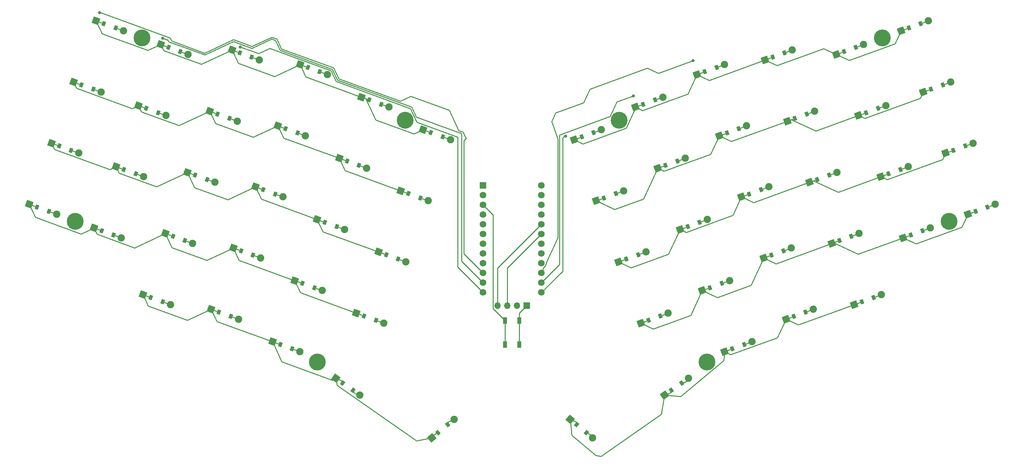
<source format=gbr>
%TF.GenerationSoftware,KiCad,Pcbnew,9.0.1*%
%TF.CreationDate,2025-04-16T06:47:58+07:00*%
%TF.ProjectId,tutorial,7475746f-7269-4616-9c2e-6b696361645f,v1.0.0*%
%TF.SameCoordinates,Original*%
%TF.FileFunction,Copper,L1,Top*%
%TF.FilePolarity,Positive*%
%FSLAX46Y46*%
G04 Gerber Fmt 4.6, Leading zero omitted, Abs format (unit mm)*
G04 Created by KiCad (PCBNEW 9.0.1) date 2025-04-16 06:47:58*
%MOMM*%
%LPD*%
G01*
G04 APERTURE LIST*
G04 Aperture macros list*
%AMRotRect*
0 Rectangle, with rotation*
0 The origin of the aperture is its center*
0 $1 length*
0 $2 width*
0 $3 Rotation angle, in degrees counterclockwise*
0 Add horizontal line*
21,1,$1,$2,0,0,$3*%
G04 Aperture macros list end*
%TA.AperFunction,SMDPad,CuDef*%
%ADD10R,1.100000X1.800000*%
%TD*%
%TA.AperFunction,ComponentPad*%
%ADD11C,1.905000*%
%TD*%
%TA.AperFunction,SMDPad,CuDef*%
%ADD12RotRect,0.900000X1.200000X20.000000*%
%TD*%
%TA.AperFunction,ComponentPad*%
%ADD13RotRect,1.778000X1.778000X20.000000*%
%TD*%
%TA.AperFunction,SMDPad,CuDef*%
%ADD14RotRect,0.900000X1.200000X340.000000*%
%TD*%
%TA.AperFunction,ComponentPad*%
%ADD15RotRect,1.778000X1.778000X340.000000*%
%TD*%
%TA.AperFunction,ComponentPad*%
%ADD16C,0.700000*%
%TD*%
%TA.AperFunction,ComponentPad*%
%ADD17C,4.400000*%
%TD*%
%TA.AperFunction,SMDPad,CuDef*%
%ADD18RotRect,0.900000X1.200000X320.000000*%
%TD*%
%TA.AperFunction,ComponentPad*%
%ADD19RotRect,1.778000X1.778000X320.000000*%
%TD*%
%TA.AperFunction,SMDPad,CuDef*%
%ADD20RotRect,0.900000X1.200000X325.000000*%
%TD*%
%TA.AperFunction,ComponentPad*%
%ADD21RotRect,1.778000X1.778000X325.000000*%
%TD*%
%TA.AperFunction,ComponentPad*%
%ADD22C,1.752600*%
%TD*%
%TA.AperFunction,ComponentPad*%
%ADD23R,1.752600X1.752600*%
%TD*%
%TA.AperFunction,SMDPad,CuDef*%
%ADD24RotRect,0.900000X1.200000X40.000000*%
%TD*%
%TA.AperFunction,ComponentPad*%
%ADD25RotRect,1.778000X1.778000X40.000000*%
%TD*%
%TA.AperFunction,ComponentPad*%
%ADD26O,1.700000X1.700000*%
%TD*%
%TA.AperFunction,ComponentPad*%
%ADD27R,1.700000X1.700000*%
%TD*%
%TA.AperFunction,SMDPad,CuDef*%
%ADD28RotRect,0.900000X1.200000X35.000000*%
%TD*%
%TA.AperFunction,ComponentPad*%
%ADD29RotRect,1.778000X1.778000X35.000000*%
%TD*%
%TA.AperFunction,ViaPad*%
%ADD30C,0.800000*%
%TD*%
%TA.AperFunction,Conductor*%
%ADD31C,0.250000*%
%TD*%
G04 APERTURE END LIST*
D10*
%TO.P,B1,2*%
%TO.N,RST*%
X185135097Y-173477182D03*
X185135100Y-167277175D03*
%TO.P,B1,1*%
%TO.N,GND*%
X188835094Y-173477181D03*
X188835097Y-167277174D03*
%TD*%
D11*
%TO.P,D31,2*%
%TO.N,mirror_outer_home*%
X307331507Y-120896010D03*
D12*
X305301777Y-121634773D03*
%TO.P,D31,1*%
%TO.N,P4*%
X302200783Y-122763439D03*
D13*
X300171053Y-123502202D03*
%TD*%
D11*
%TO.P,D49,2*%
%TO.N,mirror_index_bottom*%
X243777877Y-156797777D03*
D12*
X241748147Y-157536540D03*
%TO.P,D49,1*%
%TO.N,P5*%
X238647153Y-158665206D03*
D13*
X236617423Y-159403969D03*
%TD*%
D11*
%TO.P,D5,2*%
%TO.N,pinky_bottom*%
X84899272Y-145633340D03*
D14*
X82869534Y-144894575D03*
%TO.P,D5,1*%
%TO.N,P18*%
X79768556Y-143765913D03*
D15*
X77738818Y-143027148D03*
%TD*%
D11*
%TO.P,D1,2*%
%TO.N,outer_bottom*%
X67984813Y-139476975D03*
D14*
X65955075Y-138738210D03*
%TO.P,D1,1*%
%TO.N,P18*%
X62854097Y-137609548D03*
D15*
X60824359Y-136870783D03*
%TD*%
D16*
%TO.P,_1,1*%
%TO.N,N/C*%
X91821129Y-93986039D03*
X91766049Y-92724389D03*
X90967959Y-94917117D03*
X89706309Y-94972197D03*
D17*
X90270640Y-93421708D03*
D16*
X90834971Y-91871219D03*
X89573321Y-91926299D03*
X88775231Y-94119027D03*
X88720151Y-92857377D03*
%TD*%
D11*
%TO.P,D16,2*%
%TO.N,middle_home*%
X127107704Y-134923587D03*
D14*
X125077966Y-134184822D03*
%TO.P,D16,1*%
%TO.N,P19*%
X121976988Y-133056160D03*
D15*
X119947250Y-132317395D03*
%TD*%
D11*
%TO.P,D32,2*%
%TO.N,mirror_outer_top*%
X301517149Y-104921236D03*
D12*
X299487419Y-105659999D03*
%TO.P,D32,1*%
%TO.N,P0*%
X296386425Y-106788665D03*
D13*
X294356695Y-107527428D03*
%TD*%
D11*
%TO.P,D38,2*%
%TO.N,mirror_ring_mod*%
X283421139Y-160459822D03*
D12*
X281391409Y-161198585D03*
%TO.P,D38,1*%
%TO.N,P6*%
X278290415Y-162327251D03*
D13*
X276260685Y-163066014D03*
%TD*%
D11*
%TO.P,D26,2*%
%TO.N,inner_top*%
X165040886Y-135960004D03*
D14*
X163011148Y-135221239D03*
%TO.P,D26,1*%
%TO.N,P20*%
X159910170Y-134092577D03*
D15*
X157880432Y-133353812D03*
%TD*%
D11*
%TO.P,D17,2*%
%TO.N,middle_top*%
X132922046Y-118948816D03*
D14*
X130892308Y-118210051D03*
%TO.P,D17,1*%
%TO.N,P20*%
X127791330Y-117081389D03*
D15*
X125761592Y-116342624D03*
%TD*%
D11*
%TO.P,D39,2*%
%TO.N,mirror_ring_bottom*%
X277606814Y-144485047D03*
D12*
X275577084Y-145223810D03*
%TO.P,D39,1*%
%TO.N,P5*%
X272476090Y-146352476D03*
D13*
X270446360Y-147091239D03*
%TD*%
D11*
%TO.P,D27,2*%
%TO.N,inner_num*%
X170855230Y-119985236D03*
D14*
X168825492Y-119246471D03*
%TO.P,D27,1*%
%TO.N,P21*%
X165724514Y-118117809D03*
D15*
X163694776Y-117379044D03*
%TD*%
D16*
%TO.P,_2,1*%
%TO.N,N/C*%
X74378113Y-141910356D03*
X74323033Y-140648706D03*
X73524943Y-142841434D03*
X72263293Y-142896514D03*
D17*
X72827624Y-141346025D03*
D16*
X73391955Y-139795536D03*
X72130305Y-139850616D03*
X71332215Y-142043344D03*
X71277135Y-140781694D03*
%TD*%
D11*
%TO.P,D35,2*%
%TO.N,mirror_pinky_home*%
X290417025Y-127052366D03*
D12*
X288387295Y-127791129D03*
%TO.P,D35,1*%
%TO.N,P4*%
X285286301Y-128919795D03*
D13*
X283256571Y-129658558D03*
%TD*%
D11*
%TO.P,D46,2*%
%TO.N,mirror_middle_top*%
X248208597Y-116342627D03*
D12*
X246178867Y-117081390D03*
%TO.P,D46,1*%
%TO.N,P0*%
X243077873Y-118210056D03*
D13*
X241048143Y-118948819D03*
%TD*%
D11*
%TO.P,D7,2*%
%TO.N,pinky_top*%
X96527961Y-113683784D03*
D14*
X94498223Y-112945019D03*
%TO.P,D7,1*%
%TO.N,P20*%
X91397245Y-111816357D03*
D15*
X89367507Y-111077592D03*
%TD*%
D11*
%TO.P,D21,2*%
%TO.N,index_home*%
X143167122Y-143429186D03*
D14*
X141137384Y-142690421D03*
%TO.P,D21,1*%
%TO.N,P19*%
X138036406Y-141561759D03*
D15*
X136006668Y-140822994D03*
%TD*%
D16*
%TO.P,_5,1*%
%TO.N,N/C*%
X285250041Y-92857377D03*
X285194951Y-94119028D03*
X284396862Y-91926303D03*
X283135211Y-91871213D03*
D17*
X283699544Y-93421710D03*
D16*
X284263877Y-94972207D03*
X283002226Y-94917117D03*
X282204137Y-92724392D03*
X282149047Y-93986043D03*
%TD*%
D11*
%TO.P,D52,2*%
%TO.N,mirror_index_num*%
X226334835Y-108873436D03*
D12*
X224305105Y-109612199D03*
%TO.P,D52,1*%
%TO.N,P1*%
X221204111Y-110740865D03*
D13*
X219174381Y-111479628D03*
%TD*%
D11*
%TO.P,D22,2*%
%TO.N,index_top*%
X148981468Y-127454419D03*
D14*
X146951730Y-126715654D03*
%TO.P,D22,1*%
%TO.N,P20*%
X143850752Y-125586992D03*
D15*
X141821014Y-124848227D03*
%TD*%
D11*
%TO.P,D14,2*%
%TO.N,middle_mod*%
X115479024Y-166873146D03*
D14*
X113449286Y-166134381D03*
%TO.P,D14,1*%
%TO.N,P15*%
X110348308Y-165005719D03*
D15*
X108318570Y-164266954D03*
%TD*%
D11*
%TO.P,D58,2*%
%TO.N,mirror_space_cluster*%
X208002914Y-197932495D03*
D18*
X206348259Y-196544079D03*
%TO.P,D58,1*%
%TO.N,P6*%
X203820313Y-194422873D03*
D19*
X202165658Y-193034457D03*
%TD*%
D11*
%TO.P,D36,2*%
%TO.N,mirror_pinky_top*%
X284602683Y-111077595D03*
D12*
X282572953Y-111816358D03*
%TO.P,D36,1*%
%TO.N,P0*%
X279471959Y-112945024D03*
D13*
X277442229Y-113683787D03*
%TD*%
D11*
%TO.P,D50,2*%
%TO.N,mirror_index_home*%
X237963531Y-140822997D03*
D12*
X235933801Y-141561760D03*
%TO.P,D50,1*%
%TO.N,P4*%
X232832807Y-142690426D03*
D13*
X230803077Y-143429189D03*
%TD*%
D11*
%TO.P,D54,2*%
%TO.N,mirror_inner_home*%
X221904109Y-149328582D03*
D12*
X219874379Y-150067345D03*
%TO.P,D54,1*%
%TO.N,P4*%
X216773385Y-151196011D03*
D13*
X214743655Y-151934774D03*
%TD*%
D11*
%TO.P,D42,2*%
%TO.N,mirror_ring_num*%
X260163788Y-96560720D03*
D12*
X258134058Y-97299483D03*
%TO.P,D42,1*%
%TO.N,P1*%
X255033064Y-98428149D03*
D13*
X253003334Y-99166912D03*
%TD*%
D11*
%TO.P,D8,2*%
%TO.N,pinky_num*%
X102342305Y-97709023D03*
D14*
X100312567Y-96970258D03*
%TO.P,D8,1*%
%TO.N,P21*%
X97211589Y-95841596D03*
D15*
X95181851Y-95102831D03*
%TD*%
D11*
%TO.P,D2,2*%
%TO.N,outer_home*%
X73799153Y-123502206D03*
D14*
X71769415Y-122763441D03*
%TO.P,D2,1*%
%TO.N,P19*%
X68668437Y-121634779D03*
D15*
X66638699Y-120896014D03*
%TD*%
D16*
%TO.P,_8,1*%
%TO.N,N/C*%
X239430173Y-177482198D03*
X239375083Y-178743849D03*
X238576994Y-176551124D03*
X237315343Y-176496034D03*
D17*
X237879676Y-178046531D03*
D16*
X238444009Y-179597028D03*
X237182358Y-179541938D03*
X236384269Y-177349213D03*
X236329179Y-178610864D03*
%TD*%
D11*
%TO.P,D28,2*%
%TO.N,layer_cluster*%
X147176154Y-186727296D03*
D20*
X145406789Y-185488367D03*
%TO.P,D28,1*%
%TO.N,P15*%
X142703579Y-183595571D03*
D21*
X140934214Y-182356642D03*
%TD*%
D11*
%TO.P,D6,2*%
%TO.N,pinky_home*%
X90713624Y-129658558D03*
D14*
X88683886Y-128919793D03*
%TO.P,D6,1*%
%TO.N,P19*%
X85582908Y-127791131D03*
D15*
X83553170Y-127052366D03*
%TD*%
D16*
%TO.P,_6,1*%
%TO.N,N/C*%
X302693090Y-140781693D03*
X302638000Y-142043344D03*
X301839911Y-139850619D03*
X300578260Y-139795529D03*
D17*
X301142593Y-141346026D03*
D16*
X301706926Y-142896523D03*
X300445275Y-142841433D03*
X299647186Y-140648708D03*
X299592096Y-141910359D03*
%TD*%
D11*
%TO.P,D11,2*%
%TO.N,ring_home*%
X109338194Y-131116458D03*
D14*
X107308456Y-130377693D03*
%TO.P,D11,1*%
%TO.N,P19*%
X104207478Y-129249031D03*
D15*
X102177740Y-128510266D03*
%TD*%
D11*
%TO.P,D41,2*%
%TO.N,mirror_ring_top*%
X265978125Y-112535495D03*
D12*
X263948395Y-113274258D03*
%TO.P,D41,1*%
%TO.N,P0*%
X260847401Y-114402924D03*
D13*
X258817671Y-115141687D03*
%TD*%
D11*
%TO.P,D30,2*%
%TO.N,mirror_outer_bottom*%
X313145844Y-136870777D03*
D12*
X311116114Y-137609540D03*
%TO.P,D30,1*%
%TO.N,P5*%
X308015120Y-138738206D03*
D13*
X305985390Y-139476969D03*
%TD*%
D11*
%TO.P,D20,2*%
%TO.N,index_bottom*%
X137352784Y-159403959D03*
D14*
X135323046Y-158665194D03*
%TO.P,D20,1*%
%TO.N,P18*%
X132222068Y-157536532D03*
D15*
X130192330Y-156797767D03*
%TD*%
D22*
%TO.P,MCU1,24*%
%TO.N,P9*%
X194605094Y-159903220D03*
%TO.P,MCU1,23*%
%TO.N,P8*%
X194605093Y-157363219D03*
%TO.P,MCU1,22*%
%TO.N,P7*%
X194605098Y-154823221D03*
%TO.P,MCU1,21*%
%TO.N,P6*%
X194605096Y-152283218D03*
%TO.P,MCU1,20*%
%TO.N,P5*%
X194605093Y-149743220D03*
%TO.P,MCU1,19*%
%TO.N,P4*%
X194605095Y-147203225D03*
%TO.P,MCU1,18*%
%TO.N,P3*%
X194605095Y-144663218D03*
%TO.P,MCU1,17*%
%TO.N,P2*%
X194605095Y-142123221D03*
%TO.P,MCU1,16*%
%TO.N,GND*%
X194605093Y-139583223D03*
%TO.P,MCU1,15*%
X194605095Y-137043215D03*
%TO.P,MCU1,14*%
%TO.N,P0*%
X194605098Y-134503216D03*
%TO.P,MCU1,13*%
%TO.N,P1*%
X194605095Y-131963224D03*
%TO.P,MCU1,12*%
%TO.N,P10*%
X179365097Y-159903214D03*
%TO.P,MCU1,11*%
%TO.N,P16*%
X179365094Y-157363222D03*
%TO.P,MCU1,10*%
%TO.N,P14*%
X179365097Y-154823223D03*
%TO.P,MCU1,9*%
%TO.N,P15*%
X179365099Y-152283215D03*
%TO.P,MCU1,8*%
%TO.N,P18*%
X179365097Y-149743217D03*
%TO.P,MCU1,7*%
%TO.N,P19*%
X179365097Y-147203220D03*
%TO.P,MCU1,6*%
%TO.N,P20*%
X179365097Y-144663213D03*
%TO.P,MCU1,5*%
%TO.N,P21*%
X179365099Y-142123218D03*
%TO.P,MCU1,4*%
%TO.N,VCC*%
X179365096Y-139583220D03*
%TO.P,MCU1,3*%
%TO.N,RST*%
X179365094Y-137043217D03*
%TO.P,MCU1,2*%
%TO.N,GND*%
X179365099Y-134503219D03*
D23*
%TO.P,MCU1,1*%
%TO.N,RAW*%
X179365098Y-131963218D03*
%TD*%
D11*
%TO.P,D13,2*%
%TO.N,ring_num*%
X120966871Y-99166904D03*
D14*
X118937133Y-98428139D03*
%TO.P,D13,1*%
%TO.N,P21*%
X115836155Y-97299477D03*
D15*
X113806417Y-96560712D03*
%TD*%
D11*
%TO.P,D29,2*%
%TO.N,space_cluster*%
X171804547Y-193034457D03*
D24*
X170149886Y-194422875D03*
%TO.P,D29,1*%
%TO.N,P15*%
X167621946Y-196544077D03*
D25*
X165967285Y-197932495D03*
%TD*%
D16*
%TO.P,_3,1*%
%TO.N,N/C*%
X160607668Y-115510502D03*
X160552588Y-114248852D03*
X159754498Y-116441580D03*
X158492848Y-116496660D03*
D17*
X159057179Y-114946171D03*
D16*
X159621510Y-113395682D03*
X158359860Y-113450762D03*
X157561770Y-115643490D03*
X157506690Y-114381840D03*
%TD*%
D11*
%TO.P,D33,2*%
%TO.N,mirror_outer_num*%
X295702820Y-88946462D03*
D12*
X293673090Y-89685225D03*
%TO.P,D33,1*%
%TO.N,P1*%
X290572096Y-90813891D03*
D13*
X288542366Y-91552654D03*
%TD*%
D11*
%TO.P,D19,2*%
%TO.N,index_mod*%
X131538438Y-175378741D03*
D14*
X129508700Y-174639976D03*
%TO.P,D19,1*%
%TO.N,P15*%
X126407722Y-173511314D03*
D15*
X124377984Y-172772549D03*
%TD*%
D11*
%TO.P,D45,2*%
%TO.N,mirror_middle_home*%
X254022947Y-132317402D03*
D12*
X251993217Y-133056165D03*
%TO.P,D45,1*%
%TO.N,P4*%
X248892223Y-134184831D03*
D13*
X246862493Y-134923594D03*
%TD*%
D11*
%TO.P,D25,2*%
%TO.N,inner_home*%
X159226544Y-151934779D03*
D14*
X157196806Y-151196014D03*
%TO.P,D25,1*%
%TO.N,P19*%
X154095828Y-150067352D03*
D15*
X152066090Y-149328587D03*
%TD*%
D11*
%TO.P,D12,2*%
%TO.N,ring_top*%
X115152538Y-115141683D03*
D14*
X113122800Y-114402918D03*
%TO.P,D12,1*%
%TO.N,P20*%
X110021822Y-113274256D03*
D15*
X107992084Y-112535491D03*
%TD*%
D11*
%TO.P,D48,2*%
%TO.N,mirror_index_mod*%
X249592218Y-172772542D03*
D12*
X247562488Y-173511305D03*
%TO.P,D48,1*%
%TO.N,P6*%
X244461494Y-174639971D03*
D13*
X242431764Y-175378734D03*
%TD*%
D11*
%TO.P,D23,2*%
%TO.N,index_num*%
X154795812Y-111479636D03*
D14*
X152766074Y-110740871D03*
%TO.P,D23,1*%
%TO.N,P21*%
X149665096Y-109612209D03*
D15*
X147635358Y-108873444D03*
%TD*%
D11*
%TO.P,D44,2*%
%TO.N,mirror_middle_bottom*%
X259837278Y-148292180D03*
D12*
X257807548Y-149030943D03*
%TO.P,D44,1*%
%TO.N,P5*%
X254706554Y-150159609D03*
D13*
X252676824Y-150898372D03*
%TD*%
D11*
%TO.P,D10,2*%
%TO.N,ring_bottom*%
X103523853Y-147091237D03*
D14*
X101494115Y-146352472D03*
%TO.P,D10,1*%
%TO.N,P18*%
X98393137Y-145223810D03*
D15*
X96363399Y-144485045D03*
%TD*%
D11*
%TO.P,D40,2*%
%TO.N,mirror_ring_home*%
X271792465Y-128510272D03*
D12*
X269762735Y-129249035D03*
%TO.P,D40,1*%
%TO.N,P4*%
X266661741Y-130377701D03*
D13*
X264632011Y-131116464D03*
%TD*%
D11*
%TO.P,D3,2*%
%TO.N,outer_top*%
X79613498Y-107527426D03*
D14*
X77583760Y-106788661D03*
%TO.P,D3,1*%
%TO.N,P20*%
X74482782Y-105659999D03*
D15*
X72453044Y-104921234D03*
%TD*%
D26*
%TO.P,OLED1,4*%
%TO.N,P2*%
X183165091Y-163333226D03*
%TO.P,OLED1,3*%
%TO.N,P3*%
X185705088Y-163333227D03*
%TO.P,OLED1,2*%
%TO.N,VCC*%
X188245087Y-163333229D03*
D27*
%TO.P,OLED1,1*%
%TO.N,GND*%
X190785086Y-163333229D03*
%TD*%
D11*
%TO.P,D9,2*%
%TO.N,ring_mod*%
X97709499Y-163066021D03*
D14*
X95679761Y-162327256D03*
%TO.P,D9,1*%
%TO.N,P15*%
X92578783Y-161198594D03*
D15*
X90549045Y-160459829D03*
%TD*%
D11*
%TO.P,D53,2*%
%TO.N,mirror_inner_bottom*%
X227718451Y-165303374D03*
D12*
X225688721Y-166042137D03*
%TO.P,D53,1*%
%TO.N,P5*%
X222587727Y-167170803D03*
D13*
X220557997Y-167909566D03*
%TD*%
D11*
%TO.P,D55,2*%
%TO.N,mirror_inner_top*%
X216089764Y-133353819D03*
D12*
X214060034Y-134092582D03*
%TO.P,D55,1*%
%TO.N,P0*%
X210959040Y-135221248D03*
D13*
X208929310Y-135960011D03*
%TD*%
D11*
%TO.P,D51,2*%
%TO.N,mirror_index_top*%
X232149189Y-124848216D03*
D12*
X230119459Y-125586979D03*
%TO.P,D51,1*%
%TO.N,P0*%
X227018465Y-126715645D03*
D13*
X224988735Y-127454408D03*
%TD*%
D11*
%TO.P,D24,2*%
%TO.N,inner_bottom*%
X153412194Y-167909558D03*
D14*
X151382456Y-167170793D03*
%TO.P,D24,1*%
%TO.N,P18*%
X148281478Y-166042131D03*
D15*
X146251740Y-165303366D03*
%TD*%
D11*
%TO.P,D15,2*%
%TO.N,middle_bottom*%
X121293364Y-150898372D03*
D14*
X119263626Y-150159607D03*
%TO.P,D15,1*%
%TO.N,P18*%
X116162648Y-149030945D03*
D15*
X114132910Y-148292180D03*
%TD*%
D11*
%TO.P,D57,2*%
%TO.N,mirror_layer_cluster*%
X233035973Y-182356637D03*
D28*
X231266606Y-183595564D03*
%TO.P,D57,1*%
%TO.N,P6*%
X228563406Y-185488368D03*
D29*
X226794039Y-186727295D03*
%TD*%
D11*
%TO.P,D4,2*%
%TO.N,outer_num*%
X85427851Y-91552651D03*
D14*
X83398113Y-90813886D03*
%TO.P,D4,1*%
%TO.N,P21*%
X80297135Y-89685224D03*
D15*
X78267397Y-88946459D03*
%TD*%
D11*
%TO.P,D43,2*%
%TO.N,mirror_middle_mod*%
X265651633Y-164266951D03*
D12*
X263621903Y-165005714D03*
%TO.P,D43,1*%
%TO.N,P6*%
X260520909Y-166134380D03*
D13*
X258491179Y-166873143D03*
%TD*%
D11*
%TO.P,D56,2*%
%TO.N,mirror_inner_num*%
X210275425Y-117379039D03*
D12*
X208245695Y-118117802D03*
%TO.P,D56,1*%
%TO.N,P1*%
X205144701Y-119246468D03*
D13*
X203114971Y-119985231D03*
%TD*%
D11*
%TO.P,D37,2*%
%TO.N,mirror_pinky_num*%
X278788343Y-95102820D03*
D12*
X276758613Y-95841583D03*
%TO.P,D37,1*%
%TO.N,P1*%
X273657619Y-96970249D03*
D13*
X271627889Y-97709012D03*
%TD*%
D16*
%TO.P,_7,1*%
%TO.N,N/C*%
X216463511Y-114381829D03*
X216408421Y-115643480D03*
X215610332Y-113450755D03*
X214348681Y-113395665D03*
D17*
X214913014Y-114946162D03*
D16*
X215477347Y-116496659D03*
X214215696Y-116441569D03*
X213417607Y-114248844D03*
X213362517Y-115510495D03*
%TD*%
D11*
%TO.P,D18,2*%
%TO.N,middle_num*%
X138736395Y-102974035D03*
D14*
X136706657Y-102235270D03*
%TO.P,D18,1*%
%TO.N,P21*%
X133605679Y-101106608D03*
D15*
X131575941Y-100367843D03*
%TD*%
D16*
%TO.P,_4,1*%
%TO.N,N/C*%
X137641011Y-178610860D03*
X137585931Y-177349210D03*
X136787841Y-179541938D03*
X135526191Y-179597018D03*
D17*
X136090522Y-178046529D03*
D16*
X136654853Y-176496040D03*
X135393203Y-176551120D03*
X134595113Y-178743848D03*
X134540033Y-177482198D03*
%TD*%
D11*
%TO.P,D34,2*%
%TO.N,mirror_pinky_bottom*%
X296231379Y-143027156D03*
D12*
X294201649Y-143765919D03*
%TO.P,D34,1*%
%TO.N,P5*%
X291100655Y-144894585D03*
D13*
X289070925Y-145633348D03*
%TD*%
D11*
%TO.P,D47,2*%
%TO.N,mirror_middle_num*%
X242394270Y-100367854D03*
D12*
X240364540Y-101106617D03*
%TO.P,D47,1*%
%TO.N,P1*%
X237263546Y-102235283D03*
D13*
X235233816Y-102974046D03*
%TD*%
D30*
%TO.N,P16*%
X95703018Y-93482345D03*
%TO.N,P10*%
X115944148Y-95761640D03*
%TO.N,P14*%
X79200527Y-86778853D03*
%TO.N,P7*%
X234201019Y-99334699D03*
%TO.N,P9*%
X200981966Y-119039950D03*
%TO.N,P8*%
X218664077Y-108560311D03*
%TD*%
D31*
%TO.N,mirror_inner_bottom*%
X225688722Y-166042134D02*
X225688721Y-166042137D01*
X227718451Y-165303374D02*
X225688722Y-166042134D01*
%TO.N,P5*%
X252676825Y-150898370D02*
X252676824Y-150898372D01*
X254706554Y-150159609D02*
X252676825Y-150898370D01*
X220557998Y-167909563D02*
X220557997Y-167909566D01*
X222587726Y-167170802D02*
X220557998Y-167909563D01*
%TO.N,mirror_index_bottom*%
X241748148Y-157536541D02*
X243777875Y-156797780D01*
X243777875Y-156797780D02*
X243777879Y-156797778D01*
%TO.N,P5*%
X236617423Y-159403969D02*
X238647152Y-158665209D01*
X238647152Y-158665209D02*
X238647154Y-158665204D01*
%TO.N,P6*%
X203549907Y-193679942D02*
X202165656Y-193034454D01*
X203820314Y-194422871D02*
X203549907Y-193679942D01*
%TO.N,mirror_space_cluster*%
X207732508Y-197189565D02*
X206348261Y-196544075D01*
X208002913Y-197932493D02*
X207732508Y-197189565D01*
%TO.N,P6*%
X228229276Y-186204911D02*
X228563409Y-185488369D01*
X226794039Y-186727294D02*
X228229276Y-186204911D01*
%TO.N,mirror_layer_cluster*%
X232701842Y-183073179D02*
X233035973Y-182356637D01*
X231266603Y-183595562D02*
X232701842Y-183073179D01*
%TO.N,P6*%
X242431768Y-175378731D02*
X242431764Y-175378731D01*
X244461495Y-174639969D02*
X242431768Y-175378731D01*
%TO.N,mirror_index_mod*%
X249592219Y-172772538D02*
X247562491Y-173511300D01*
X247562491Y-173511300D02*
X247562490Y-173511305D01*
%TO.N,P6*%
X258491182Y-166873142D02*
X258491179Y-166873145D01*
X260520909Y-166134381D02*
X258491182Y-166873142D01*
%TO.N,mirror_middle_mod*%
X263621902Y-165005714D02*
X263621902Y-165005717D01*
X265651633Y-164266953D02*
X263621902Y-165005714D01*
%TO.N,P6*%
X276260688Y-163066014D02*
X276260684Y-163066017D01*
X278290415Y-162327251D02*
X276260688Y-163066014D01*
%TO.N,mirror_ring_mod*%
X281391411Y-161198584D02*
X281391410Y-161198584D01*
X283421140Y-160459825D02*
X281391411Y-161198584D01*
%TO.N,mirror_inner_bottom*%
X227718451Y-165303375D02*
X227718454Y-165303373D01*
%TO.N,P5*%
X222587727Y-167170805D02*
X222587728Y-167170802D01*
%TO.N,P4*%
X214743655Y-151934774D02*
X214743655Y-151934773D01*
X216773386Y-151196012D02*
X214743655Y-151934774D01*
%TO.N,mirror_inner_home*%
X219874380Y-150067345D02*
X219874378Y-150067346D01*
X221904110Y-149328583D02*
X219874380Y-150067345D01*
%TO.N,P4*%
X230803081Y-143429185D02*
X230803078Y-143429189D01*
X232832808Y-142690426D02*
X230803081Y-143429185D01*
%TO.N,mirror_index_home*%
X235933805Y-141561758D02*
X235933802Y-141561759D01*
X237963532Y-140822997D02*
X235933805Y-141561758D01*
%TO.N,mirror_ring_home*%
X271792461Y-128510274D02*
X271792463Y-128510272D01*
X269762735Y-129249037D02*
X271792461Y-128510274D01*
%TO.N,P4*%
X264632013Y-131116466D02*
X266661741Y-130377704D01*
X266661741Y-130377704D02*
X266661739Y-130377701D01*
%TO.N,mirror_middle_home*%
X254022945Y-132317405D02*
X254022948Y-132317403D01*
X251993220Y-133056165D02*
X254022945Y-132317405D01*
%TO.N,P4*%
X248892223Y-134184834D02*
X248892226Y-134184832D01*
X246862495Y-134923593D02*
X248892223Y-134184834D01*
%TO.N,P5*%
X252676823Y-150898371D02*
X252676823Y-150898374D01*
%TO.N,mirror_middle_bottom*%
X257807547Y-149030942D02*
X257807546Y-149030945D01*
X259837277Y-148292179D02*
X257807547Y-149030942D01*
%TO.N,P5*%
X272476088Y-146352475D02*
X270446361Y-147091237D01*
X270446361Y-147091237D02*
X270446361Y-147091238D01*
%TO.N,mirror_ring_bottom*%
X275577085Y-145223806D02*
X275577082Y-145223810D01*
X277606813Y-144485047D02*
X275577085Y-145223806D01*
%TO.N,mirror_pinky_bottom*%
X296231377Y-143027159D02*
X296231380Y-143027155D01*
X294201651Y-143765917D02*
X296231377Y-143027159D01*
%TO.N,P5*%
X291100651Y-144894586D02*
X291100652Y-144894583D01*
X289070927Y-145633347D02*
X291100651Y-144894586D01*
%TO.N,P4*%
X283256572Y-129658557D02*
X283256571Y-129658559D01*
X285286300Y-128919795D02*
X283256572Y-129658557D01*
%TO.N,mirror_pinky_home*%
X290417026Y-127052367D02*
X288387295Y-127791128D01*
X288387295Y-127791128D02*
X288387295Y-127791130D01*
%TO.N,P5*%
X305985393Y-139476967D02*
X305985393Y-139476970D01*
X308015121Y-138738205D02*
X305985393Y-139476967D01*
%TO.N,mirror_outer_bottom*%
X311116118Y-137609535D02*
X311116118Y-137609541D01*
X313145844Y-136870778D02*
X311116118Y-137609535D01*
%TO.N,P4*%
X300171053Y-123502197D02*
X300171052Y-123502203D01*
X302200782Y-122763437D02*
X300171053Y-123502197D01*
%TO.N,mirror_outer_home*%
X305301779Y-121634770D02*
X305301776Y-121634771D01*
X307331506Y-120896010D02*
X305301779Y-121634770D01*
%TO.N,mirror_outer_top*%
X301517149Y-104921238D02*
X301517151Y-104921236D01*
X299487424Y-105659998D02*
X301517149Y-104921238D01*
%TO.N,P0*%
X296386426Y-106788665D02*
X296386426Y-106788662D01*
X294356695Y-107527426D02*
X296386426Y-106788665D01*
%TO.N,mirror_outer_num*%
X295702819Y-88946464D02*
X295702820Y-88946462D01*
X293673092Y-89685225D02*
X295702819Y-88946464D01*
%TO.N,P1*%
X290572097Y-90813894D02*
X290572100Y-90813891D01*
X288542365Y-91552653D02*
X290572097Y-90813894D01*
%TO.N,mirror_pinky_num*%
X278788343Y-95102821D02*
X278788344Y-95102820D01*
X276758614Y-95841582D02*
X278788343Y-95102821D01*
%TO.N,P1*%
X273657616Y-96970252D02*
X273657619Y-96970245D01*
X271627890Y-97709013D02*
X273657616Y-96970252D01*
%TO.N,mirror_pinky_top*%
X284602681Y-111077597D02*
X284602683Y-111077595D01*
X282572954Y-111816358D02*
X284602681Y-111077597D01*
%TO.N,P0*%
X279471956Y-112945024D02*
X279471959Y-112945023D01*
X277442229Y-113683787D02*
X279471956Y-112945024D01*
%TO.N,mirror_ring_top*%
X263948393Y-113274259D02*
X265978120Y-112535498D01*
X265978120Y-112535498D02*
X265978124Y-112535496D01*
%TO.N,P0*%
X260847397Y-114402929D02*
X260847397Y-114402926D01*
X258817669Y-115141689D02*
X260847397Y-114402929D01*
%TO.N,mirror_ring_num*%
X260163787Y-96560726D02*
X260163787Y-96560723D01*
X258134056Y-97299488D02*
X260163787Y-96560726D01*
%TO.N,P1*%
X255033061Y-98428154D02*
X255033063Y-98428150D01*
X253003333Y-99166913D02*
X255033061Y-98428154D01*
%TO.N,mirror_index_num*%
X224305108Y-109612198D02*
X226334838Y-108873437D01*
X226334838Y-108873437D02*
X226334837Y-108873437D01*
%TO.N,P1*%
X221204112Y-110740866D02*
X221204114Y-110740863D01*
X219174382Y-111479627D02*
X221204112Y-110740866D01*
%TO.N,mirror_middle_num*%
X242394269Y-100367855D02*
X242394268Y-100367854D01*
X240364540Y-101106618D02*
X242394269Y-100367855D01*
%TO.N,P1*%
X237263546Y-102235285D02*
X237263545Y-102235283D01*
X235233818Y-102974048D02*
X237263546Y-102235285D01*
%TO.N,mirror_middle_top*%
X248208596Y-116342629D02*
X248208598Y-116342629D01*
X246178866Y-117081390D02*
X248208596Y-116342629D01*
%TO.N,P0*%
X243077869Y-118210061D02*
X243077874Y-118210057D01*
X241048144Y-118948821D02*
X243077869Y-118210061D01*
%TO.N,mirror_index_top*%
X232149191Y-124848220D02*
X232149192Y-124848217D01*
X230119459Y-125586982D02*
X232149191Y-124848220D01*
%TO.N,P0*%
X227018463Y-126715648D02*
X227018464Y-126715646D01*
X224988736Y-127454410D02*
X227018463Y-126715648D01*
%TO.N,mirror_inner_top*%
X216089759Y-133353820D02*
X216089762Y-133353817D01*
X214060031Y-134092582D02*
X216089759Y-133353820D01*
%TO.N,P0*%
X210959035Y-135221248D02*
X210959037Y-135221247D01*
X208929307Y-135960011D02*
X210959035Y-135221248D01*
%TO.N,mirror_inner_num*%
X210275424Y-117379043D02*
X210275425Y-117379040D01*
X208245695Y-118117803D02*
X210275424Y-117379043D01*
%TO.N,P1*%
X205144700Y-119246471D02*
X205144701Y-119246469D01*
X203114969Y-119985233D02*
X205144700Y-119246471D01*
%TO.N,space_cluster*%
X170420289Y-193679947D02*
X171804546Y-193034457D01*
X170149883Y-194422874D02*
X170420289Y-193679947D01*
%TO.N,P15*%
X166237687Y-197189567D02*
X167621944Y-196544076D01*
X165967283Y-197932496D02*
X166237687Y-197189567D01*
%TO.N,layer_cluster*%
X147176153Y-186727295D02*
X145740917Y-186204912D01*
X145740917Y-186204912D02*
X145406788Y-185488367D01*
%TO.N,P15*%
X142369447Y-182879022D02*
X142703579Y-183595571D01*
X140934212Y-182356640D02*
X142369447Y-182879022D01*
%TO.N,index_mod*%
X129508697Y-174639976D02*
X131538437Y-175378741D01*
%TO.N,P15*%
X124377984Y-172772548D02*
X126407720Y-173511314D01*
%TO.N,inner_bottom*%
X151382456Y-167170789D02*
X153412193Y-167909558D01*
%TO.N,P18*%
X146251740Y-165303366D02*
X148281474Y-166042132D01*
%TO.N,index_bottom*%
X135323046Y-158665193D02*
X137352785Y-159403960D01*
%TO.N,P18*%
X130192330Y-156797767D02*
X132222068Y-157536532D01*
%TO.N,middle_bottom*%
X119263623Y-150159607D02*
X121293361Y-150898373D01*
%TO.N,P18*%
X114132911Y-148292180D02*
X116162645Y-149030945D01*
%TO.N,middle_mod*%
X113449283Y-166134378D02*
X115479020Y-166873145D01*
%TO.N,P15*%
X108318566Y-164266952D02*
X110348304Y-165005718D01*
%TO.N,ring_mod*%
X95679764Y-162327254D02*
X97709499Y-163066020D01*
%TO.N,P15*%
X92578782Y-161198592D02*
X90549046Y-160459826D01*
%TO.N,ring_bottom*%
X101494118Y-146352471D02*
X103523855Y-147091237D01*
%TO.N,P18*%
X96363399Y-144485045D02*
X98393136Y-145223810D01*
%TO.N,pinky_bottom*%
X82869534Y-144894577D02*
X84899271Y-145633341D01*
%TO.N,P18*%
X77738818Y-143027149D02*
X79768553Y-143765914D01*
%TO.N,outer_bottom*%
X65955075Y-138738211D02*
X67984811Y-139476975D01*
%TO.N,P18*%
X60824358Y-136870782D02*
X62854094Y-137609548D01*
%TO.N,inner_home*%
X157196808Y-151196015D02*
X159226542Y-151934780D01*
%TO.N,P19*%
X152066091Y-149328588D02*
X154095829Y-150067354D01*
%TO.N,P20*%
X159910171Y-134092576D02*
X157880431Y-133353813D01*
%TO.N,inner_top*%
X163011147Y-135221240D02*
X165040887Y-135960005D01*
%TO.N,inner_num*%
X168825497Y-119246471D02*
X170855231Y-119985235D01*
%TO.N,P21*%
X163694777Y-117379044D02*
X165724516Y-118117810D01*
%TO.N,index_home*%
X141137381Y-142690420D02*
X143167121Y-143429187D01*
%TO.N,P19*%
X136006667Y-140822993D02*
X138036406Y-141561760D01*
%TO.N,middle_home*%
X125077967Y-134184823D02*
X127107702Y-134923585D01*
%TO.N,P19*%
X119947250Y-132317393D02*
X121976987Y-133056159D01*
%TO.N,ring_home*%
X107308457Y-130377696D02*
X109338195Y-131116463D01*
%TO.N,P19*%
X102177739Y-128510268D02*
X104207480Y-129249034D01*
%TO.N,pinky_home*%
X88683887Y-128919792D02*
X90713623Y-129658557D01*
%TO.N,P19*%
X83553171Y-127052367D02*
X85582907Y-127791133D01*
%TO.N,outer_home*%
X71769417Y-122763442D02*
X73799155Y-123502208D01*
%TO.N,P19*%
X66638699Y-120896013D02*
X68668438Y-121634781D01*
%TO.N,P20*%
X74482776Y-105660002D02*
X72453045Y-104921236D01*
%TO.N,outer_top*%
X79613497Y-107527428D02*
X77583757Y-106788663D01*
%TO.N,P20*%
X91397246Y-111816358D02*
X89367506Y-111077593D01*
%TO.N,pinky_top*%
X96527961Y-113683783D02*
X94498223Y-112945020D01*
%TO.N,P20*%
X110021822Y-113274257D02*
X107992082Y-112535492D01*
%TO.N,ring_top*%
X115152536Y-115141685D02*
X113122800Y-114402917D01*
%TO.N,P20*%
X127791332Y-117081389D02*
X125761591Y-116342626D01*
%TO.N,middle_top*%
X132922044Y-118948815D02*
X130892307Y-118210052D01*
%TO.N,P20*%
X143850749Y-125586991D02*
X141821015Y-124848228D01*
%TO.N,index_top*%
X148981468Y-127454419D02*
X146951729Y-126715653D01*
%TO.N,index_num*%
X152766073Y-110740874D02*
X154795813Y-111479638D01*
%TO.N,P21*%
X149665095Y-109612210D02*
X147635359Y-108873445D01*
%TO.N,middle_num*%
X136706657Y-102235273D02*
X138736394Y-102974035D01*
%TO.N,P21*%
X131575943Y-100367843D02*
X133605678Y-101106609D01*
%TO.N,ring_num*%
X118937137Y-98428138D02*
X120966871Y-99166904D01*
%TO.N,P21*%
X113806417Y-96560712D02*
X115836156Y-97299478D01*
%TO.N,pinky_num*%
X100312567Y-96970258D02*
X102342304Y-97709025D01*
%TO.N,P21*%
X95181851Y-95102831D02*
X97211588Y-95841598D01*
%TO.N,outer_num*%
X83398110Y-90813885D02*
X85427849Y-91552651D01*
%TO.N,P21*%
X78267397Y-88946458D02*
X80297132Y-89685222D01*
%TO.N,P9*%
X200170838Y-119599843D02*
X200170839Y-154337474D01*
%TO.N,P7*%
X195313053Y-153305004D02*
X195484278Y-153242683D01*
%TO.N,P9*%
X200170839Y-154337474D02*
X194605093Y-159903220D01*
X200981966Y-119039950D02*
X200319483Y-119281073D01*
%TO.N,P7*%
X195905216Y-152339985D02*
X195842893Y-152168757D01*
X195484278Y-153242683D02*
X195905216Y-152339985D01*
%TO.N,P9*%
X200319483Y-119281073D02*
X200170838Y-119599843D01*
%TO.N,P7*%
X195842893Y-152168757D02*
X198919840Y-145570222D01*
X194605094Y-154823223D02*
X195313053Y-153305004D01*
X198919840Y-145570222D02*
X198919841Y-119806679D01*
%TO.N,P8*%
X199370841Y-118799843D02*
X199415268Y-118704564D01*
X199415268Y-118704564D02*
X212578956Y-113913375D01*
X214341489Y-110133604D02*
X218664077Y-108560311D01*
X212578956Y-113913375D02*
X214341489Y-110133604D01*
%TO.N,P16*%
X160722672Y-111473643D02*
X161945364Y-114095721D01*
X97094453Y-93988786D02*
X97300624Y-94430928D01*
X140001100Y-101593854D02*
X141314049Y-104409482D01*
X124163493Y-93703864D02*
X125162231Y-94067374D01*
X106673408Y-97842341D02*
X114172708Y-94345359D01*
X96991018Y-93951137D02*
X97061559Y-93918243D01*
X173770837Y-118399844D02*
X173770838Y-151768970D01*
X95703018Y-93482345D02*
X96991018Y-93951137D01*
X114172708Y-94345359D02*
X119011189Y-96106420D01*
X141314049Y-104409482D02*
X160722672Y-111473643D01*
X97300624Y-94430928D02*
X106673408Y-97842341D01*
X126356013Y-96627452D02*
X140001100Y-101593854D01*
X125162231Y-94067374D02*
X126356013Y-96627452D01*
X173770838Y-151768970D02*
X179365092Y-157363225D01*
X161945364Y-114095721D02*
X173770837Y-118399844D01*
X119011189Y-96106420D02*
X124163493Y-93703864D01*
X95703018Y-93482345D02*
X97094453Y-93988786D01*
%TO.N,P7*%
X207263322Y-106750451D02*
X222264944Y-101290305D01*
X205589838Y-110339249D02*
X207263322Y-106750451D01*
X197272945Y-115281869D02*
X198348756Y-112974785D01*
X225142017Y-102631908D02*
X234201019Y-99334699D01*
X222264944Y-101290305D02*
X225142017Y-102631908D01*
X198348756Y-112974785D02*
X205589838Y-110339249D01*
X198919841Y-119806679D02*
X197272945Y-115281869D01*
%TO.N,P8*%
X199370840Y-152597470D02*
X199370841Y-118799843D01*
X194605094Y-157363221D02*
X199370840Y-152597470D01*
%TO.N,RST*%
X185135106Y-167277174D02*
X181989092Y-164131161D01*
X181989092Y-164131161D02*
X181989090Y-139667219D01*
X181989090Y-139667219D02*
X179365091Y-137043218D01*
%TO.N,GND*%
X188835099Y-167277175D02*
X188835102Y-167277175D01*
X188835096Y-173477181D02*
X188835099Y-167277175D01*
X188835102Y-167277175D02*
X188835100Y-165283212D01*
X188835100Y-165283212D02*
X190785086Y-163333226D01*
%TO.N,RST*%
X185135100Y-167277177D02*
X185135106Y-167277174D01*
X185135101Y-173477181D02*
X185135100Y-167277177D01*
%TO.N,P3*%
X185705092Y-153563225D02*
X194605091Y-144663222D01*
X185705087Y-163333224D02*
X185705092Y-153563225D01*
%TO.N,P6*%
X202533875Y-197243294D02*
X202165657Y-193034450D01*
X225919159Y-191688959D02*
X210150579Y-202730238D01*
X226794039Y-186727290D02*
X231023158Y-187097293D01*
X256232878Y-171716089D02*
X244070434Y-176142860D01*
X276260688Y-163066014D02*
X261695455Y-168367325D01*
X210150579Y-202730238D02*
X208786268Y-202489668D01*
X242229175Y-177694326D02*
X242431768Y-175378733D01*
X226794035Y-186727288D02*
X225919159Y-191688959D01*
X231023158Y-187097293D02*
X242229175Y-177694326D01*
X244070434Y-176142860D02*
X242431768Y-175378733D01*
X208786268Y-202489668D02*
X202533875Y-197243294D01*
X261695455Y-168367325D02*
X258491179Y-166873145D01*
X258491179Y-166873145D02*
X256232878Y-171716089D01*
%TO.N,P0*%
X266296541Y-117740489D02*
X259887980Y-114752127D01*
X294356700Y-107527428D02*
X293592572Y-109166095D01*
%TO.N,P4*%
X284895246Y-130422684D02*
X299406931Y-125140860D01*
%TO.N,P0*%
X226627405Y-128218535D02*
X224988735Y-127454413D01*
%TO.N,P1*%
X238438100Y-104468226D02*
X253003335Y-99166913D01*
%TO.N,P4*%
X227783652Y-149904366D02*
X218014558Y-153460023D01*
%TO.N,P0*%
X238789836Y-123791772D02*
X226627405Y-128218535D01*
X259887980Y-114752127D02*
X258817670Y-115141688D01*
X241048143Y-118948820D02*
X238789836Y-123791772D01*
X224988735Y-127454413D02*
X221252105Y-135467647D01*
%TO.N,P4*%
X272110872Y-133715261D02*
X283256577Y-129658559D01*
X299406931Y-125140860D02*
X300171051Y-123502200D01*
%TO.N,P1*%
X219236740Y-111650939D02*
X216760167Y-116961970D01*
%TO.N,P4*%
X264632006Y-131116466D02*
X265702317Y-130726903D01*
%TO.N,P0*%
X277442231Y-113683786D02*
X266296541Y-117740489D01*
%TO.N,P1*%
X271627886Y-97709011D02*
X275026962Y-99294026D01*
%TO.N,P4*%
X244604190Y-139766545D02*
X232441748Y-144193310D01*
%TO.N,P0*%
X221252105Y-135467647D02*
X213738261Y-138202463D01*
%TO.N,P4*%
X246862493Y-134923597D02*
X250066776Y-136417774D01*
%TO.N,P1*%
X216760167Y-116961970D02*
X205455367Y-121076577D01*
X253003335Y-99166913D02*
X256146056Y-100632389D01*
X275026962Y-99294026D02*
X286957355Y-94951717D01*
X205455367Y-121076577D02*
X203114973Y-119985232D01*
%TO.N,P0*%
X244252427Y-120443004D02*
X241048143Y-118948820D01*
X258817670Y-115141688D02*
X244252427Y-120443004D01*
%TO.N,P1*%
X221035418Y-112347440D02*
X219174384Y-111479626D01*
%TO.N,P4*%
X230803074Y-143429192D02*
X227783652Y-149904366D01*
X232441748Y-144193310D02*
X230803074Y-143429192D01*
%TO.N,P0*%
X293592572Y-109166095D02*
X279080900Y-114447913D01*
%TO.N,P1*%
X286957355Y-94951717D02*
X288542368Y-91552650D01*
X219174384Y-111479626D02*
X219236740Y-111650939D01*
X232871836Y-108039336D02*
X221035418Y-112347440D01*
X268362056Y-96186126D02*
X271627886Y-97709011D01*
%TO.N,P0*%
X279080900Y-114447913D02*
X277442231Y-113683786D01*
%TO.N,P1*%
X256146056Y-100632389D02*
X268362056Y-96186126D01*
%TO.N,P4*%
X250066776Y-136417774D02*
X264632006Y-131116466D01*
%TO.N,P0*%
X213738261Y-138202463D02*
X208929312Y-135960013D01*
%TO.N,P1*%
X235233819Y-102974044D02*
X238438100Y-104468226D01*
X235233819Y-102974044D02*
X232871836Y-108039336D01*
%TO.N,P5*%
X249358563Y-158014411D02*
X252676824Y-150898373D01*
X304415898Y-142842756D02*
X305985390Y-139476969D01*
X236617424Y-159403967D02*
X240529169Y-161228044D01*
X240529169Y-161228044D02*
X249358563Y-158014411D01*
%TO.N,P4*%
X265702317Y-130726903D02*
X272110872Y-133715261D01*
%TO.N,P5*%
X220557994Y-167909566D02*
X223828886Y-169434808D01*
%TO.N,P4*%
X218014558Y-153460023D02*
X214743655Y-151934777D01*
%TO.N,P5*%
X223828886Y-169434808D02*
X233598000Y-165879140D01*
%TO.N,P4*%
X246862493Y-134923597D02*
X244604190Y-139766545D01*
%TO.N,P5*%
X292436689Y-147202827D02*
X304415898Y-142842756D01*
%TO.N,P4*%
X283256577Y-129658559D02*
X284895246Y-130422684D01*
%TO.N,P5*%
X270446361Y-147091238D02*
X270940958Y-146911222D01*
X270940958Y-146911222D02*
X277349523Y-149899585D01*
X289070924Y-145633345D02*
X292436689Y-147202827D01*
%TO.N,P21*%
X147635356Y-108873441D02*
X148705659Y-109263007D01*
X115434299Y-100051722D02*
X113806411Y-96560716D01*
X133070127Y-103572135D02*
X147635356Y-108873441D01*
X148705659Y-109263007D02*
X151291199Y-114807695D01*
%TO.N,P20*%
X125761589Y-116342628D02*
X127255772Y-119546902D01*
X99944851Y-116287985D02*
X90131635Y-112716270D01*
%TO.N,P15*%
X140934219Y-182356628D02*
X141248193Y-184137223D01*
%TO.N,P21*%
X131575950Y-100367854D02*
X133070127Y-103572135D01*
%TO.N,P15*%
X131139284Y-179564009D02*
X140003877Y-182790466D01*
X161959183Y-198639242D02*
X165967284Y-197932493D01*
%TO.N,P21*%
X131575950Y-100367854D02*
X124880651Y-103489908D01*
%TO.N,P20*%
X125761589Y-116342628D02*
X119322658Y-119345151D01*
X89367515Y-111077603D02*
X87728841Y-111841720D01*
%TO.N,P15*%
X141248193Y-184137223D02*
X161959183Y-198639242D01*
%TO.N,P20*%
X119322658Y-119345151D02*
X109500422Y-115770147D01*
X141821005Y-124848217D02*
X143315192Y-128052504D01*
%TO.N,P15*%
X124377984Y-172772548D02*
X126810151Y-177988340D01*
X109812746Y-167471231D02*
X124377984Y-172772548D01*
%TO.N,P21*%
X95181860Y-95102820D02*
X95945977Y-96741489D01*
%TO.N,P20*%
X90131635Y-112716270D02*
X89367515Y-111077603D01*
%TO.N,P21*%
X78267379Y-88946459D02*
X79836868Y-92312243D01*
%TO.N,P20*%
X87728841Y-111841720D02*
X73217167Y-106559905D01*
%TO.N,P15*%
X140003877Y-182790466D02*
X140934211Y-182356647D01*
%TO.N,P21*%
X124880651Y-103489908D02*
X115434299Y-100051722D01*
%TO.N,P15*%
X108318568Y-164266945D02*
X109812746Y-167471231D01*
%TO.N,P20*%
X127255772Y-119546902D02*
X141821005Y-124848217D01*
%TO.N,P15*%
X91937838Y-163438125D02*
X102135975Y-167149941D01*
X102135975Y-167149941D02*
X108318568Y-164266945D01*
%TO.N,P21*%
X151291199Y-114807695D02*
X161354370Y-118470392D01*
X79836868Y-92312243D02*
X91816072Y-96672315D01*
X91816072Y-96672315D02*
X95181860Y-95102820D01*
%TO.N,P5*%
X277349523Y-149899585D02*
X289070924Y-145633345D01*
%TO.N,P21*%
X161354370Y-118470392D02*
X163694770Y-117379044D01*
%TO.N,P20*%
X73217167Y-106559905D02*
X72453048Y-104921232D01*
%TO.N,P21*%
X105759183Y-100313198D02*
X113806411Y-96560716D01*
%TO.N,P5*%
X233598000Y-165879140D02*
X236617424Y-159403967D01*
X255881111Y-152392556D02*
X270446361Y-147091238D01*
%TO.N,P20*%
X143315192Y-128052504D02*
X157880427Y-133353810D01*
%TO.N,P5*%
X252676824Y-150898373D02*
X255881111Y-152392556D01*
%TO.N,P21*%
X95945977Y-96741489D02*
X105759183Y-100313198D01*
%TO.N,P20*%
X109500422Y-115770147D02*
X107992071Y-112535499D01*
X107992071Y-112535499D02*
X99944851Y-116287985D01*
%TO.N,P15*%
X90549051Y-160459815D02*
X91937838Y-163438125D01*
X126810151Y-177988340D02*
X131139284Y-179564009D01*
%TO.N,P18*%
X88316156Y-148237530D02*
X96363407Y-144485051D01*
X60824353Y-136870782D02*
X62393850Y-140236562D01*
%TO.N,P19*%
X67402827Y-122534680D02*
X81914503Y-127816490D01*
%TO.N,P18*%
X131686504Y-160002043D02*
X130192333Y-156797775D01*
X98110811Y-148232379D02*
X96363407Y-144485051D01*
X130192333Y-156797775D02*
X115627089Y-151496454D01*
X78502947Y-144665820D02*
X88316156Y-148237530D01*
%TO.N,P19*%
X137500852Y-144027275D02*
X152066080Y-149328594D01*
%TO.N,P18*%
X77738816Y-143027145D02*
X78502947Y-144665820D01*
%TO.N,P19*%
X94130500Y-132262760D02*
X102177735Y-128510275D01*
%TO.N,P18*%
X62393850Y-140236562D02*
X74373038Y-144596634D01*
%TO.N,P19*%
X81914503Y-127816490D02*
X83553170Y-127052376D01*
%TO.N,P18*%
X146251735Y-165303363D02*
X131686504Y-160002043D01*
%TO.N,P19*%
X66638697Y-120896006D02*
X67402827Y-122534680D01*
X119947252Y-132317394D02*
X112739288Y-135678524D01*
X112739288Y-135678524D02*
X104044675Y-132513956D01*
X121441438Y-135521686D02*
X136006676Y-140822991D01*
X83553170Y-127052376D02*
X84317281Y-128691046D01*
%TO.N,P18*%
X107181292Y-151533765D02*
X98110811Y-148232379D01*
X115627089Y-151496454D02*
X114132920Y-148292164D01*
X114132920Y-148292164D02*
X107181292Y-151533765D01*
X74373038Y-144596634D02*
X77738816Y-143027145D01*
%TO.N,P19*%
X84317281Y-128691046D02*
X94130500Y-132262760D01*
X104044675Y-132513956D02*
X102177735Y-128510275D01*
X119947252Y-132317394D02*
X121441438Y-135521686D01*
%TO.N,P18*%
X132222060Y-157536529D02*
X130192333Y-156797775D01*
%TO.N,P19*%
X136006676Y-140822991D02*
X137500852Y-144027275D01*
%TO.N,index_bottom*%
X137352781Y-159403964D02*
X135323052Y-158665198D01*
%TO.N,P2*%
X183165093Y-163333227D02*
X183165090Y-153563225D01*
X183165090Y-153563225D02*
X194605097Y-142123223D01*
%TO.N,P10*%
X172770839Y-119399841D02*
X172770837Y-153308959D01*
X140984253Y-104769395D02*
X160392875Y-111833551D01*
X139671306Y-101953764D02*
X140984253Y-104769395D01*
X115944148Y-95761640D02*
X120761010Y-97514836D01*
X172727070Y-119305977D02*
X172770839Y-119399841D01*
X172770837Y-153308959D02*
X179365094Y-159903216D01*
X162068292Y-115426501D02*
X172727070Y-119305977D01*
X160392875Y-111833551D02*
X162068292Y-115426501D01*
X124322985Y-96373193D02*
X124329922Y-96369957D01*
X120761010Y-97514836D02*
X123697489Y-96145532D01*
X123697489Y-96145532D02*
X124322985Y-96373193D01*
X124329922Y-96369957D02*
X139671306Y-101953764D01*
%TO.N,P14*%
X179365094Y-154823225D02*
X174370836Y-149828971D01*
X114151417Y-93857666D02*
X106652117Y-97354648D01*
X174370836Y-149828971D02*
X174370840Y-120247813D01*
X174370840Y-120247813D02*
X174916313Y-119702339D01*
X170513786Y-112315412D02*
X160453474Y-108653760D01*
X172973699Y-117590714D02*
X170513786Y-112315412D01*
X174127467Y-118010651D02*
X172973699Y-117590714D01*
X174916313Y-119702339D02*
X174127467Y-118010651D01*
X160453474Y-108653760D02*
X157753222Y-109912909D01*
X157753222Y-109912909D02*
X141643844Y-104049574D01*
X141643844Y-104049574D02*
X140330895Y-101233947D01*
X140330895Y-101233947D02*
X126685810Y-96267541D01*
X126685810Y-96267541D02*
X125492027Y-93707466D01*
X125492027Y-93707466D02*
X124142202Y-93216167D01*
X124142202Y-93216167D02*
X118989893Y-95618728D01*
X118989893Y-95618728D02*
X114151417Y-93857666D01*
X106652117Y-97354648D02*
X97994547Y-94203551D01*
X97994547Y-94203551D02*
X97624614Y-93410220D01*
X97624614Y-93410220D02*
X79290200Y-86737038D01*
X79290200Y-86737038D02*
X79200527Y-86778853D01*
%TD*%
M02*

</source>
